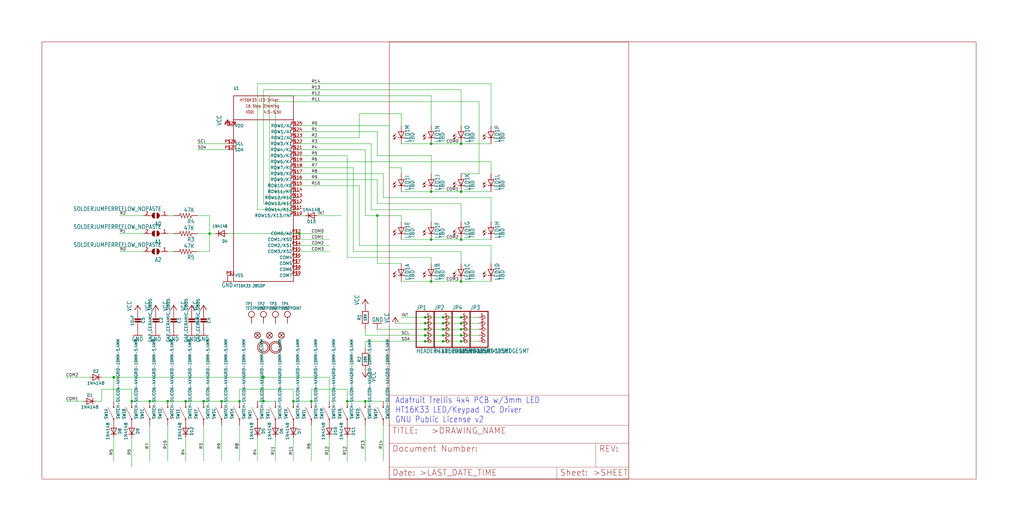
<source format=kicad_sch>
(kicad_sch (version 20211123) (generator eeschema)
  (paper "User" 434.34 223.571)
  (junction (at 195.58 81.28))
  (junction (at 63.5 170.18))
  (junction (at 195.58 139.7))
  (junction (at 182.88 60.96))
  (junction (at 195.58 144.78))
  (junction (at 127 99.06))
  (junction (at 71.12 170.18))
  (junction (at 88.9 99.06))
  (junction (at 132.08 170.18))
  (junction (at 180.34 142.24))
  (junction (at 160.02 91.44))
  (junction (at 180.34 134.62))
  (junction (at 187.96 137.16))
  (junction (at 147.32 170.18))
  (junction (at 180.34 139.7))
  (junction (at 180.34 144.78))
  (junction (at 195.58 101.6))
  (junction (at 78.74 170.18))
  (junction (at 187.96 139.7))
  (junction (at 48.26 160.02))
  (junction (at 182.88 81.28))
  (junction (at 101.6 170.18))
  (junction (at 195.58 119.38))
  (junction (at 195.58 137.16))
  (junction (at 180.34 137.16))
  (junction (at 195.58 142.24))
  (junction (at 86.36 170.18))
  (junction (at 187.96 142.24))
  (junction (at 154.94 170.18))
  (junction (at 182.88 119.38))
  (junction (at 182.88 101.6))
  (junction (at 187.96 134.62))
  (junction (at 195.58 134.62))
  (junction (at 187.96 144.78))
  (junction (at 111.76 160.02))
  (junction (at 55.88 170.18))
  (junction (at 195.58 60.96))
  (junction (at 124.46 170.18))
  (junction (at 111.76 170.18))
  (junction (at 93.98 170.18))
  (wire (pts (xy 88.9 99.06) (xy 91.44 99.06)))
  (wire (pts (xy 195.58 142.24) (xy 203.2 142.24)))
  (wire (pts (xy 195.58 101.6) (xy 208.28 101.6)))
  (wire (pts (xy 208.28 83.82) (xy 208.28 93.98)))
  (wire (pts (xy 160.02 55.88) (xy 160.02 66.04)))
  (wire (pts (xy 203.2 43.18) (xy 203.2 73.66)))
  (wire (pts (xy 182.88 109.22) (xy 182.88 111.76)))
  (wire (pts (xy 127 63.5) (xy 154.94 63.5)))
  (wire (pts (xy 170.18 71.12) (xy 165.1 71.12)))
  (wire (pts (xy 180.34 134.62) (xy 170.18 134.62)))
  (wire (pts (xy 154.94 180.34) (xy 154.94 195.58)))
  (wire (pts (xy 71.12 180.34) (xy 71.12 195.58)))
  (wire (pts (xy 180.34 139.7) (xy 187.96 139.7)))
  (wire (pts (xy 48.26 160.02) (xy 111.76 160.02)))
  (wire (pts (xy 195.58 119.38) (xy 208.28 119.38)))
  (wire (pts (xy 187.96 134.62) (xy 195.58 134.62)))
  (wire (pts (xy 124.46 185.42) (xy 124.46 195.58)))
  (wire (pts (xy 101.6 165.1) (xy 101.6 170.18)))
  (wire (pts (xy 180.34 142.24) (xy 154.94 142.24)))
  (wire (pts (xy 96.52 60.96) (xy 83.82 60.96)))
  (wire (pts (xy 154.94 142.24) (xy 154.94 139.7)))
  (wire (pts (xy 208.28 68.58) (xy 208.28 73.66)))
  (wire (pts (xy 195.58 106.68) (xy 195.58 111.76)))
  (wire (pts (xy 127 86.36) (xy 111.76 86.36)))
  (wire (pts (xy 132.08 195.58) (xy 132.08 180.34)))
  (wire (pts (xy 83.82 99.06) (xy 88.9 99.06)))
  (wire (pts (xy 111.76 170.18) (xy 111.76 160.02)))
  (wire (pts (xy 132.08 165.1) (xy 132.08 170.18)))
  (wire (pts (xy 182.88 93.98) (xy 182.88 88.9)))
  (wire (pts (xy 187.96 144.78) (xy 195.58 144.78)))
  (wire (pts (xy 149.86 71.12) (xy 127 71.12)))
  (wire (pts (xy 111.76 170.18) (xy 116.84 170.18)))
  (wire (pts (xy 187.96 137.16) (xy 195.58 137.16)))
  (wire (pts (xy 78.74 170.18) (xy 86.36 170.18)))
  (wire (pts (xy 170.18 119.38) (xy 182.88 119.38)))
  (wire (pts (xy 127 101.6) (xy 139.7 101.6)))
  (wire (pts (xy 152.4 58.42) (xy 152.4 48.26)))
  (wire (pts (xy 78.74 185.42) (xy 78.74 195.58)))
  (wire (pts (xy 180.34 144.78) (xy 187.96 144.78)))
  (wire (pts (xy 73.66 91.44) (xy 71.12 91.44)))
  (wire (pts (xy 43.18 170.18) (xy 43.18 165.1)))
  (wire (pts (xy 162.56 180.34) (xy 162.56 195.58)))
  (wire (pts (xy 182.88 88.9) (xy 157.48 88.9)))
  (wire (pts (xy 127 83.82) (xy 114.3 83.82)))
  (wire (pts (xy 208.28 35.56) (xy 208.28 53.34)))
  (wire (pts (xy 139.7 185.42) (xy 139.7 195.58)))
  (wire (pts (xy 160.02 66.04) (xy 182.88 66.04)))
  (wire (pts (xy 124.46 170.18) (xy 124.46 165.1)))
  (wire (pts (xy 147.32 165.1) (xy 132.08 165.1)))
  (wire (pts (xy 147.32 170.18) (xy 147.32 165.1)))
  (wire (pts (xy 147.32 185.42) (xy 147.32 195.58)))
  (wire (pts (xy 154.94 63.5) (xy 154.94 91.44)))
  (wire (pts (xy 35.56 170.18) (xy 27.94 170.18)))
  (wire (pts (xy 86.36 180.34) (xy 86.36 195.58)))
  (wire (pts (xy 182.88 81.28) (xy 195.58 81.28)))
  (wire (pts (xy 160.02 86.36) (xy 195.58 86.36)))
  (wire (pts (xy 60.96 106.68) (xy 50.8 106.68)))
  (wire (pts (xy 160.02 111.76) (xy 160.02 91.44)))
  (wire (pts (xy 152.4 104.14) (xy 208.28 104.14)))
  (wire (pts (xy 86.36 170.18) (xy 93.98 170.18)))
  (wire (pts (xy 73.66 99.06) (xy 71.12 99.06)))
  (wire (pts (xy 124.46 170.18) (xy 132.08 170.18)))
  (wire (pts (xy 182.88 119.38) (xy 195.58 119.38)))
  (wire (pts (xy 195.58 86.36) (xy 195.58 93.98)))
  (wire (pts (xy 165.1 71.12) (xy 165.1 53.34)))
  (wire (pts (xy 43.18 160.02) (xy 48.26 160.02)))
  (wire (pts (xy 55.88 185.42) (xy 55.88 198.12)))
  (wire (pts (xy 195.58 38.1) (xy 195.58 53.34)))
  (wire (pts (xy 154.94 91.44) (xy 160.02 91.44)))
  (wire (pts (xy 170.18 60.96) (xy 182.88 60.96)))
  (wire (pts (xy 71.12 170.18) (xy 78.74 170.18)))
  (wire (pts (xy 96.52 99.06) (xy 127 99.06)))
  (wire (pts (xy 147.32 109.22) (xy 147.32 66.04)))
  (wire (pts (xy 170.18 91.44) (xy 170.18 93.98)))
  (wire (pts (xy 165.1 53.34) (xy 127 53.34)))
  (wire (pts (xy 48.26 185.42) (xy 48.26 195.58)))
  (wire (pts (xy 127 76.2) (xy 160.02 76.2)))
  (wire (pts (xy 195.58 144.78) (xy 203.2 144.78)))
  (wire (pts (xy 160.02 76.2) (xy 160.02 86.36)))
  (wire (pts (xy 149.86 106.68) (xy 195.58 106.68)))
  (wire (pts (xy 157.48 88.9) (xy 157.48 60.96)))
  (wire (pts (xy 43.18 165.1) (xy 55.88 165.1)))
  (wire (pts (xy 134.62 91.44) (xy 144.78 91.44)))
  (wire (pts (xy 160.02 91.44) (xy 170.18 91.44)))
  (wire (pts (xy 170.18 81.28) (xy 182.88 81.28)))
  (wire (pts (xy 93.98 170.18) (xy 101.6 170.18)))
  (wire (pts (xy 38.1 160.02) (xy 27.94 160.02)))
  (wire (pts (xy 124.46 165.1) (xy 101.6 165.1)))
  (wire (pts (xy 180.34 142.24) (xy 187.96 142.24)))
  (wire (pts (xy 93.98 195.58) (xy 93.98 180.34)))
  (wire (pts (xy 50.8 99.06) (xy 60.96 99.06)))
  (wire (pts (xy 182.88 66.04) (xy 182.88 73.66)))
  (wire (pts (xy 109.22 170.18) (xy 111.76 170.18)))
  (wire (pts (xy 88.9 91.44) (xy 83.82 91.44)))
  (wire (pts (xy 170.18 73.66) (xy 170.18 71.12)))
  (wire (pts (xy 187.96 142.24) (xy 195.58 142.24)))
  (wire (pts (xy 139.7 160.02) (xy 139.7 170.18)))
  (wire (pts (xy 109.22 185.42) (xy 109.22 195.58)))
  (wire (pts (xy 170.18 111.76) (xy 160.02 111.76)))
  (wire (pts (xy 111.76 86.36) (xy 111.76 38.1)))
  (wire (pts (xy 127 55.88) (xy 160.02 55.88)))
  (wire (pts (xy 116.84 43.18) (xy 203.2 43.18)))
  (wire (pts (xy 63.5 170.18) (xy 71.12 170.18)))
  (wire (pts (xy 127 104.14) (xy 139.7 104.14)))
  (wire (pts (xy 157.48 60.96) (xy 127 60.96)))
  (wire (pts (xy 127 58.42) (xy 152.4 58.42)))
  (wire (pts (xy 111.76 160.02) (xy 139.7 160.02)))
  (wire (pts (xy 160.02 139.7) (xy 180.34 139.7)))
  (wire (pts (xy 170.18 101.6) (xy 182.88 101.6)))
  (wire (pts (xy 71.12 106.68) (xy 73.66 106.68)))
  (wire (pts (xy 182.88 101.6) (xy 195.58 101.6)))
  (wire (pts (xy 180.34 144.78) (xy 154.94 144.78)))
  (wire (pts (xy 88.9 106.68) (xy 88.9 99.06)))
  (wire (pts (xy 152.4 78.74) (xy 152.4 104.14)))
  (wire (pts (xy 180.34 137.16) (xy 187.96 137.16)))
  (wire (pts (xy 114.3 40.64) (xy 182.88 40.64)))
  (wire (pts (xy 96.52 63.5) (xy 83.82 63.5)))
  (wire (pts (xy 127 106.68) (xy 139.7 106.68)))
  (wire (pts (xy 83.82 106.68) (xy 88.9 106.68)))
  (wire (pts (xy 40.64 170.18) (xy 43.18 170.18)))
  (wire (pts (xy 195.58 81.28) (xy 208.28 81.28)))
  (wire (pts (xy 109.22 88.9) (xy 109.22 35.56)))
  (wire (pts (xy 147.32 170.18) (xy 154.94 170.18)))
  (wire (pts (xy 208.28 104.14) (xy 208.28 111.76)))
  (wire (pts (xy 154.94 170.18) (xy 162.56 170.18)))
  (wire (pts (xy 111.76 38.1) (xy 195.58 38.1)))
  (wire (pts (xy 170.18 48.26) (xy 170.18 53.34)))
  (wire (pts (xy 154.94 147.32) (xy 154.94 144.78)))
  (wire (pts (xy 88.9 99.06) (xy 88.9 91.44)))
  (wire (pts (xy 147.32 66.04) (xy 127 66.04)))
  (wire (pts (xy 203.2 73.66) (xy 195.58 73.66)))
  (wire (pts (xy 147.32 109.22) (xy 182.88 109.22)))
  (wire (pts (xy 127 78.74) (xy 152.4 78.74)))
  (wire (pts (xy 127 99.06) (xy 137.16 99.06)))
  (wire (pts (xy 127 88.9) (xy 109.22 88.9)))
  (wire (pts (xy 180.34 134.62) (xy 187.96 134.62)))
  (wire (pts (xy 101.6 180.34) (xy 101.6 195.58)))
  (wire (pts (xy 152.4 48.26) (xy 170.18 48.26)))
  (wire (pts (xy 149.86 71.12) (xy 149.86 106.68)))
  (wire (pts (xy 114.3 83.82) (xy 114.3 40.64)))
  (wire (pts (xy 127 73.66) (xy 162.56 73.66)))
  (wire (pts (xy 116.84 185.42) (xy 116.84 195.58)))
  (wire (pts (xy 116.84 81.28) (xy 116.84 43.18)))
  (wire (pts (xy 195.58 137.16) (xy 203.2 137.16)))
  (wire (pts (xy 195.58 139.7) (xy 203.2 139.7)))
  (wire (pts (xy 60.96 91.44) (xy 50.8 91.44)))
  (wire (pts (xy 55.88 170.18) (xy 63.5 170.18)))
  (wire (pts (xy 109.22 35.56) (xy 208.28 35.56)))
  (wire (pts (xy 195.58 60.96) (xy 208.28 60.96)))
  (wire (pts (xy 182.88 60.96) (xy 195.58 60.96)))
  (wire (pts (xy 127 68.58) (xy 208.28 68.58)))
  (wire (pts (xy 187.96 139.7) (xy 195.58 139.7)))
  (wire (pts (xy 129.54 91.44) (xy 127 91.44)))
  (wire (pts (xy 195.58 134.62) (xy 203.2 134.62)))
  (wire (pts (xy 55.88 165.1) (xy 55.88 170.18)))
  (wire (pts (xy 48.26 170.18) (xy 48.26 160.02)))
  (wire (pts (xy 182.88 40.64) (xy 182.88 53.34)))
  (wire (pts (xy 162.56 73.66) (xy 162.56 83.82)))
  (wire (pts (xy 167.64 137.16) (xy 180.34 137.16)))
  (wire (pts (xy 162.56 83.82) (xy 208.28 83.82)))
  (wire (pts (xy 127 81.28) (xy 116.84 81.28)))
  (wire (pts (xy 63.5 180.34) (xy 63.5 195.58)))
  (text "Adafruit Trellis 4x4 PCB w/3mm LED\nHT16K33 LED/Keypad I2C Driver\nGNU Public License v2" (at 167.64 173.99 0) (effects (font (size 2.54 2.159)) (justify left)))
  (label "R6" (at 132.08 190.5 90) (effects (font (size 1.2446 1.2446))))
  (label "R4" (at 132.08 63.5 0) (effects (font (size 1.2446 1.2446))))
  (label "R3" (at 132.08 60.96 0) (effects (font (size 1.2446 1.2446))))
  (label "R4" (at 109.22 193.04 90) (effects (font (size 1.2446 1.2446))))
  (label "R5" (at 132.08 66.04 0) (effects (font (size 1.2446 1.2446))))
  (label "COM2" (at 132.08 104.14 0) (effects (font (size 1.2446 1.2446))))
  (label "COM3" (at 189.23 119.38 0) (effects (font (size 1.2446 1.2446))))
  (label "R13" (at 132.08 38.1 0) (effects (font (size 1.2446 1.2446))))
  (label "R8" (at 101.6 190.5 90) (effects (font (size 1.2446 1.2446))))
  (label "R2" (at 132.08 58.42 0) (effects (font (size 1.2446 1.2446))))
  (label "SCL" (at 83.82 60.96 0) (effects (font (size 1.2446 1.2446))))
  (label "R12" (at 132.08 40.64 0) (effects (font (size 1.2446 1.2446))))
  (label "COM2" (at 27.94 160.02 0) (effects (font (size 1.2446 1.2446))))
  (label "COM1" (at 27.94 170.18 0) (effects (font (size 1.2446 1.2446))))
  (label "R12" (at 139.7 193.04 90) (effects (font (size 1.2446 1.2446))))
  (label "R2" (at 50.8 91.44 0) (effects (font (size 1.2446 1.2446))))
  (label "COM0" (at 189.23 60.96 0) (effects (font (size 1.2446 1.2446))))
  (label "COM1" (at 132.08 101.6 0) (effects (font (size 1.2446 1.2446))))
  (label "COM1" (at 189.23 81.28 0) (effects (font (size 1.2446 1.2446))))
  (label "COM2" (at 189.23 101.6 0) (effects (font (size 1.2446 1.2446))))
  (label "R0" (at 132.08 53.34 0) (effects (font (size 1.2446 1.2446))))
  (label "R5" (at 48.26 193.04 90) (effects (font (size 1.2446 1.2446))))
  (label "R4" (at 78.74 193.04 90) (effects (font (size 1.2446 1.2446))))
  (label "SDA" (at 170.18 144.78 0) (effects (font (size 1.2446 1.2446))))
  (label "R11" (at 132.08 43.18 0) (effects (font (size 1.2446 1.2446))))
  (label "R9" (at 132.08 76.2 0) (effects (font (size 1.2446 1.2446))))
  (label "R0" (at 50.8 106.68 0) (effects (font (size 1.2446 1.2446))))
  (label "COM3" (at 132.08 106.68 0) (effects (font (size 1.2446 1.2446))))
  (label "INT" (at 170.18 134.62 0) (effects (font (size 1.2446 1.2446))))
  (label "R7" (at 63.5 190.5 90) (effects (font (size 1.2446 1.2446))))
  (label "SCL" (at 170.18 142.24 0) (effects (font (size 1.2446 1.2446))))
  (label "R7" (at 132.08 71.12 0) (effects (font (size 1.2446 1.2446))))
  (label "SDA" (at 83.82 63.5 0) (effects (font (size 1.2446 1.2446))))
  (label "R11" (at 124.46 193.04 90) (effects (font (size 1.2446 1.2446))))
  (label "R5" (at 55.88 193.04 90) (effects (font (size 1.2446 1.2446))))
  (label "R8" (at 132.08 73.66 0) (effects (font (size 1.2446 1.2446))))
  (label "R3" (at 86.36 190.5 90) (effects (font (size 1.2446 1.2446))))
  (label "R11" (at 116.84 193.04 90) (effects (font (size 1.2446 1.2446))))
  (label "R10" (at 132.08 78.74 0) (effects (font (size 1.2446 1.2446))))
  (label "R14" (at 162.56 190.5 90) (effects (font (size 1.2446 1.2446))))
  (label "R13" (at 154.94 190.5 90) (effects (font (size 1.2446 1.2446))))
  (label "COM0" (at 132.08 99.06 0) (effects (font (size 1.2446 1.2446))))
  (label "R1" (at 50.8 99.06 0) (effects (font (size 1.2446 1.2446))))
  (label "R9" (at 93.98 190.5 90) (effects (font (size 1.2446 1.2446))))
  (label "R12" (at 147.32 193.04 90) (effects (font (size 1.2446 1.2446))))
  (label "R14" (at 132.08 35.56 0) (effects (font (size 1.2446 1.2446))))
  (label "R1" (at 132.08 55.88 0) (effects (font (size 1.2446 1.2446))))
  (label "R6" (at 132.08 68.58 0) (effects (font (size 1.2446 1.2446))))
  (label "INT" (at 134.62 91.44 0) (effects (font (size 1.2446 1.2446))))
  (label "R10" (at 71.12 190.5 90) (effects (font (size 1.2446 1.2446))))
  (symbol (lib_id "schematicEagle-eagle-import:LED-3MM-4X4GRID-3MM") (at 208.28 76.2 0) (unit 12)
    (property "Reference" "LED1" (at 211.836 80.772 90) (effects (font (size 1.778 1.5113)) (justify left bottom)))
    (property "Value" "TBD" (at 213.995 80.772 90) (effects (font (size 1.778 1.5113)) (justify left bottom)))
    (property "Footprint" "schematicEagle:LED3MM-4X4GRID" (effects hide))
  )
  (symbol (lib_id "schematicEagle-eagle-import:MOUNTINGHOLE2.5") (at 116.84 147.32 0) (unit 1)
    (property "Reference" "U$2" (effects hide))
    (property "Value" "MOUNTINGHOLE2.5" (effects hide))
    (property "Footprint" "schematicEagle:MOUNTINGHOLE_2.5_PLATED" (effects hide))
  )
  (symbol (lib_id "schematicEagle-eagle-import:GND") (at 66.04 142.24 0) (unit 1)
    (property "Reference" "#GND4" (effects hide))
    (property "Value" "GND" (at 63.5 144.78 0) (effects (font (size 1.778 1.5113)) (justify left bottom)))
    (property "Footprint" "schematicEagle:" (effects hide))
  )
  (symbol (lib_id "schematicEagle-eagle-import:VCC") (at 86.36 129.54 0) (unit 1)
    (property "Reference" "#P+8" (effects hide))
    (property "Value" "VCC" (at 83.82 132.08 90) (effects (font (size 1.778 1.5113)) (justify left bottom)))
    (property "Footprint" "schematicEagle:" (effects hide))
  )
  (symbol (lib_id "schematicEagle-eagle-import:LETTER_L") (at 17.78 203.2 0) (unit 1)
    (property "Reference" "#FRAME1" (effects hide))
    (property "Value" "LETTER_L" (effects hide))
    (property "Footprint" "schematicEagle:" (effects hide))
  )
  (symbol (lib_id "schematicEagle-eagle-import:SWITCH-SILICON-4X4GRID-10MM-5.4MM") (at 162.56 175.26 90) (unit 16)
    (property "Reference" "SW1" (at 160.02 177.8 0) (effects (font (size 1.27 1.0795)) (justify left bottom)))
    (property "Value" "SWITCH-SILICON-4X4GRID-10MM-5.4MM" (at 165.1 177.8 0) (effects (font (size 1.27 1.0795)) (justify left bottom)))
    (property "Footprint" "schematicEagle:ELAST_PAD_SQUARE_10MM_5.4MM_4X4GRID" (effects hide))
  )
  (symbol (lib_id "schematicEagle-eagle-import:VCC") (at 167.64 134.62 0) (unit 1)
    (property "Reference" "#P+2" (effects hide))
    (property "Value" "VCC" (at 165.1 137.16 90) (effects (font (size 1.778 1.5113)) (justify left bottom)))
    (property "Footprint" "schematicEagle:" (effects hide))
  )
  (symbol (lib_id "schematicEagle-eagle-import:CAP_CERAMIC_0805") (at 66.04 134.62 180) (unit 1)
    (property "Reference" "C2" (at 68.33 135.87 90))
    (property "Value" "CAP_CERAMIC_0805" (at 63.74 135.87 90))
    (property "Footprint" "schematicEagle:_0805" (effects hide))
  )
  (symbol (lib_id "schematicEagle-eagle-import:SWITCH-SILICON-4X4GRID-10MM-5.4MM") (at 139.7 175.26 90) (unit 13)
    (property "Reference" "SW1" (at 137.16 177.8 0) (effects (font (size 1.27 1.0795)) (justify left bottom)))
    (property "Value" "SWITCH-SILICON-4X4GRID-10MM-5.4MM" (at 142.24 177.8 0) (effects (font (size 1.27 1.0795)) (justify left bottom)))
    (property "Footprint" "schematicEagle:ELAST_PAD_SQUARE_10MM_5.4MM_4X4GRID" (effects hide))
  )
  (symbol (lib_id "schematicEagle-eagle-import:VCC") (at 58.42 129.54 0) (unit 1)
    (property "Reference" "#P+9" (effects hide))
    (property "Value" "VCC" (at 55.88 132.08 90) (effects (font (size 1.778 1.5113)) (justify left bottom)))
    (property "Footprint" "schematicEagle:" (effects hide))
  )
  (symbol (lib_id "schematicEagle-eagle-import:LED-3MM-4X4GRID-3MM") (at 182.88 76.2 0) (unit 10)
    (property "Reference" "LED1" (at 186.436 80.772 90) (effects (font (size 1.778 1.5113)) (justify left bottom)))
    (property "Value" "TBD" (at 188.595 80.772 90) (effects (font (size 1.778 1.5113)) (justify left bottom)))
    (property "Footprint" "schematicEagle:LED3MM-4X4GRID" (effects hide))
  )
  (symbol (lib_id "schematicEagle-eagle-import:HT16K33_SOP28") (at 111.76 78.74 0) (unit 1)
    (property "Reference" "U1" (at 99.06 38.1 0) (effects (font (size 1.27 1.0795)) (justify left bottom)))
    (property "Value" "HT16K33 28SOP" (at 99.06 121.92 0) (effects (font (size 1.27 1.0795)) (justify left bottom)))
    (property "Footprint" "schematicEagle:SOP28_300MIL" (effects hide))
  )
  (symbol (lib_id "schematicEagle-eagle-import:SWITCH-SILICON-4X4GRID-10MM-5.4MM") (at 78.74 175.26 90) (unit 5)
    (property "Reference" "SW1" (at 76.2 177.8 0) (effects (font (size 1.27 1.0795)) (justify left bottom)))
    (property "Value" "SWITCH-SILICON-4X4GRID-10MM-5.4MM" (at 81.28 177.8 0) (effects (font (size 1.27 1.0795)) (justify left bottom)))
    (property "Footprint" "schematicEagle:ELAST_PAD_SQUARE_10MM_5.4MM_4X4GRID" (effects hide))
  )
  (symbol (lib_id "schematicEagle-eagle-import:DIODESOD-323") (at 147.32 182.88 270) (unit 1)
    (property "Reference" "D11" (at 149.86 182.88 0))
    (property "Value" "1N4148" (at 144.82 182.88 0))
    (property "Footprint" "schematicEagle:SOD-323" (effects hide))
  )
  (symbol (lib_id "schematicEagle-eagle-import:LED-3MM-4X4GRID-3MM") (at 208.28 114.3 0) (unit 4)
    (property "Reference" "LED1" (at 211.836 118.872 90) (effects (font (size 1.778 1.5113)) (justify left bottom)))
    (property "Value" "TBD" (at 213.995 118.872 90) (effects (font (size 1.778 1.5113)) (justify left bottom)))
    (property "Footprint" "schematicEagle:LED3MM-4X4GRID" (effects hide))
  )
  (symbol (lib_id "schematicEagle-eagle-import:SWITCH-SILICON-4X4GRID-10MM-5.4MM") (at 147.32 175.26 90) (unit 14)
    (property "Reference" "SW1" (at 144.78 177.8 0) (effects (font (size 1.27 1.0795)) (justify left bottom)))
    (property "Value" "SWITCH-SILICON-4X4GRID-10MM-5.4MM" (at 149.86 177.8 0) (effects (font (size 1.27 1.0795)) (justify left bottom)))
    (property "Footprint" "schematicEagle:ELAST_PAD_SQUARE_10MM_5.4MM_4X4GRID" (effects hide))
  )
  (symbol (lib_id "schematicEagle-eagle-import:TESTPOINT") (at 111.76 137.16 0) (unit 1)
    (property "Reference" "TP2" (at 109.22 129.54 0) (effects (font (size 1.27 1.0795)) (justify left bottom)))
    (property "Value" "TESTPOINT" (at 109.22 131.445 0) (effects (font (size 1.27 1.0795)) (justify left bottom)))
    (property "Footprint" "schematicEagle:TESTPOINT_SMT" (effects hide))
  )
  (symbol (lib_id "schematicEagle-eagle-import:GND") (at 58.42 142.24 0) (unit 1)
    (property "Reference" "#GND7" (effects hide))
    (property "Value" "GND" (at 55.88 144.78 0) (effects (font (size 1.778 1.5113)) (justify left bottom)))
    (property "Footprint" "schematicEagle:" (effects hide))
  )
  (symbol (lib_id "schematicEagle-eagle-import:R-US_R0805") (at 78.74 106.68 180) (unit 1)
    (property "Reference" "R5" (at 82.55 108.1786 0) (effects (font (size 1.778 1.5113)) (justify left bottom)))
    (property "Value" "47K" (at 82.55 103.378 0) (effects (font (size 1.778 1.5113)) (justify left bottom)))
    (property "Footprint" "schematicEagle:R0805" (effects hide))
  )
  (symbol (lib_id "schematicEagle-eagle-import:SWITCH-SILICON-4X4GRID-10MM-5.4MM") (at 109.22 175.26 90) (unit 9)
    (property "Reference" "SW1" (at 106.68 177.8 0) (effects (font (size 1.27 1.0795)) (justify left bottom)))
    (property "Value" "SWITCH-SILICON-4X4GRID-10MM-5.4MM" (at 111.76 177.8 0) (effects (font (size 1.27 1.0795)) (justify left bottom)))
    (property "Footprint" "schematicEagle:ELAST_PAD_SQUARE_10MM_5.4MM_4X4GRID" (effects hide))
  )
  (symbol (lib_id "schematicEagle-eagle-import:SWITCH-SILICON-4X4GRID-10MM-5.4MM") (at 116.84 175.26 90) (unit 10)
    (property "Reference" "SW1" (at 114.3 177.8 0) (effects (font (size 1.27 1.0795)) (justify left bottom)))
    (property "Value" "SWITCH-SILICON-4X4GRID-10MM-5.4MM" (at 119.38 177.8 0) (effects (font (size 1.27 1.0795)) (justify left bottom)))
    (property "Footprint" "schematicEagle:ELAST_PAD_SQUARE_10MM_5.4MM_4X4GRID" (effects hide))
  )
  (symbol (lib_id "schematicEagle-eagle-import:LED-3MM-4X4GRID-3MM") (at 170.18 76.2 0) (unit 9)
    (property "Reference" "LED1" (at 173.736 80.772 90) (effects (font (size 1.778 1.5113)) (justify left bottom)))
    (property "Value" "TBD" (at 175.895 80.772 90) (effects (font (size 1.778 1.5113)) (justify left bottom)))
    (property "Footprint" "schematicEagle:LED3MM-4X4GRID" (effects hide))
  )
  (symbol (lib_id "schematicEagle-eagle-import:LED-3MM-4X4GRID-3MM") (at 195.58 114.3 0) (unit 3)
    (property "Reference" "LED1" (at 199.136 118.872 90) (effects (font (size 1.778 1.5113)) (justify left bottom)))
    (property "Value" "TBD" (at 201.295 118.872 90) (effects (font (size 1.778 1.5113)) (justify left bottom)))
    (property "Footprint" "schematicEagle:LED3MM-4X4GRID" (effects hide))
  )
  (symbol (lib_id "schematicEagle-eagle-import:GND") (at 73.66 142.24 0) (unit 1)
    (property "Reference" "#GND3" (effects hide))
    (property "Value" "GND" (at 71.12 144.78 0) (effects (font (size 1.778 1.5113)) (justify left bottom)))
    (property "Footprint" "schematicEagle:" (effects hide))
  )
  (symbol (lib_id "schematicEagle-eagle-import:LED-3MM-4X4GRID-3MM") (at 182.88 114.3 0) (unit 2)
    (property "Reference" "LED1" (at 186.436 118.872 90) (effects (font (size 1.778 1.5113)) (justify left bottom)))
    (property "Value" "TBD" (at 188.595 118.872 90) (effects (font (size 1.778 1.5113)) (justify left bottom)))
    (property "Footprint" "schematicEagle:LED3MM-4X4GRID" (effects hide))
  )
  (symbol (lib_id "schematicEagle-eagle-import:DIODESOD-323") (at 48.26 182.88 270) (unit 1)
    (property "Reference" "D8" (at 50.8 182.88 0))
    (property "Value" "1N4148" (at 45.76 182.88 0))
    (property "Footprint" "schematicEagle:SOD-323" (effects hide))
  )
  (symbol (lib_id "schematicEagle-eagle-import:DIODESOD-323") (at 40.64 160.02 0) (unit 1)
    (property "Reference" "D2" (at 40.64 157.48 0))
    (property "Value" "1N4148" (at 40.64 162.52 0))
    (property "Footprint" "schematicEagle:SOD-323" (effects hide))
  )
  (symbol (lib_id "schematicEagle-eagle-import:TESTPOINT") (at 116.84 137.16 0) (unit 1)
    (property "Reference" "TP3" (at 114.3 129.54 0) (effects (font (size 1.27 1.0795)) (justify left bottom)))
    (property "Value" "TESTPOINT" (at 114.3 131.445 0) (effects (font (size 1.27 1.0795)) (justify left bottom)))
    (property "Footprint" "schematicEagle:TESTPOINT_SMT" (effects hide))
  )
  (symbol (lib_id "schematicEagle-eagle-import:SWITCH-SILICON-4X4GRID-10MM-5.4MM") (at 63.5 175.26 90) (unit 3)
    (property "Reference" "SW1" (at 60.96 177.8 0) (effects (font (size 1.27 1.0795)) (justify left bottom)))
    (property "Value" "SWITCH-SILICON-4X4GRID-10MM-5.4MM" (at 66.04 177.8 0) (effects (font (size 1.27 1.0795)) (justify left bottom)))
    (property "Footprint" "schematicEagle:ELAST_PAD_SQUARE_10MM_5.4MM_4X4GRID" (effects hide))
  )
  (symbol (lib_id "schematicEagle-eagle-import:FIDUCIAL{dblquote}{dblquote}") (at 109.22 142.24 0) (unit 1)
    (property "Reference" "FID2" (effects hide))
    (property "Value" "FIDUCIAL{dblquote}{dblquote}" (effects hide))
    (property "Footprint" "schematicEagle:FIDUCIAL_1MM" (effects hide))
  )
  (symbol (lib_id "schematicEagle-eagle-import:HEADER-1X5EDGESMT") (at 198.12 139.7 0) (unit 1)
    (property "Reference" "JP4" (at 191.77 131.445 0) (effects (font (size 1.778 1.5113)) (justify left bottom)))
    (property "Value" "HEADER-1X5EDGESMT" (at 191.77 149.86 0) (effects (font (size 1.778 1.5113)) (justify left bottom)))
    (property "Footprint" "schematicEagle:1X5_SMT" (effects hide))
  )
  (symbol (lib_id "schematicEagle-eagle-import:GND") (at 86.36 142.24 0) (unit 1)
    (property "Reference" "#GND6" (effects hide))
    (property "Value" "GND" (at 83.82 144.78 0) (effects (font (size 1.778 1.5113)) (justify left bottom)))
    (property "Footprint" "schematicEagle:" (effects hide))
  )
  (symbol (lib_id "schematicEagle-eagle-import:SOLDERJUMPERREFLOW_NOPASTE") (at 66.04 91.44 180) (unit 1)
    (property "Reference" "A0" (at 68.58 93.98 0) (effects (font (size 1.778 1.5113)) (justify left bottom)))
    (property "Value" "SOLDERJUMPERREFLOW_NOPASTE" (at 68.58 87.63 0) (effects (font (size 1.778 1.5113)) (justify left bottom)))
    (property "Footprint" "schematicEagle:SOLDERJUMPER_REFLOW_NOPASTE" (effects hide))
  )
  (symbol (lib_id "schematicEagle-eagle-import:CAP_CERAMIC_0805") (at 58.42 134.62 180) (unit 1)
    (property "Reference" "C5" (at 60.71 135.87 90))
    (property "Value" "10uF" (at 56.12 135.87 90))
    (property "Footprint" "schematicEagle:_0805" (effects hide))
  )
  (symbol (lib_id "schematicEagle-eagle-import:TESTPOINT") (at 106.68 137.16 0) (unit 1)
    (property "Reference" "TP1" (at 104.14 129.54 0) (effects (font (size 1.27 1.0795)) (justify left bottom)))
    (property "Value" "TESTPOINT" (at 104.14 131.445 0) (effects (font (size 1.27 1.0795)) (justify left bottom)))
    (property "Footprint" "schematicEagle:TESTPOINT_SMT" (effects hide))
  )
  (symbol (lib_id "schematicEagle-eagle-import:LED-3MM-4X4GRID-3MM") (at 182.88 55.88 0) (unit 14)
    (property "Reference" "LED1" (at 186.436 60.452 90) (effects (font (size 1.778 1.5113)) (justify left bottom)))
    (property "Value" "TBD" (at 188.595 60.452 90) (effects (font (size 1.778 1.5113)) (justify left bottom)))
    (property "Footprint" "schematicEagle:LED3MM-4X4GRID" (effects hide))
  )
  (symbol (lib_id "schematicEagle-eagle-import:DIODESOD-323F") (at 93.98 99.06 180) (unit 1)
    (property "Reference" "D4" (at 96.52 101.6 0) (effects (font (size 1.27 1.0795)) (justify left bottom)))
    (property "Value" "1N4148" (at 96.52 95.25 0) (effects (font (size 1.27 1.0795)) (justify left bottom)))
    (property "Footprint" "schematicEagle:SOD-323F" (effects hide))
  )
  (symbol (lib_id "schematicEagle-eagle-import:VCC") (at 96.52 50.8 0) (unit 1)
    (property "Reference" "#P+1" (effects hide))
    (property "Value" "VCC" (at 93.98 53.34 90) (effects (font (size 1.778 1.5113)) (justify left bottom)))
    (property "Footprint" "schematicEagle:" (effects hide))
  )
  (symbol (lib_id "schematicEagle-eagle-import:LED-3MM-4X4GRID-3MM") (at 170.18 96.52 0) (unit 5)
    (property "Reference" "LED1" (at 173.736 101.092 90) (effects (font (size 1.778 1.5113)) (justify left bottom)))
    (property "Value" "TBD" (at 175.895 101.092 90) (effects (font (size 1.778 1.5113)) (justify left bottom)))
    (property "Footprint" "schematicEagle:LED3MM-4X4GRID" (effects hide))
  )
  (symbol (lib_id "schematicEagle-eagle-import:SOLDERJUMPERREFLOW_NOPASTE") (at 66.04 106.68 180) (unit 1)
    (property "Reference" "A2" (at 68.58 109.22 0) (effects (font (size 1.778 1.5113)) (justify left bottom)))
    (property "Value" "SOLDERJUMPERREFLOW_NOPASTE" (at 68.58 102.87 0) (effects (font (size 1.778 1.5113)) (justify left bottom)))
    (property "Footprint" "schematicEagle:SOLDERJUMPER_REFLOW_NOPASTE" (effects hide))
  )
  (symbol (lib_id "schematicEagle-eagle-import:GND") (at 160.02 137.16 180) (unit 1)
    (property "Reference" "#GND2" (effects hide))
    (property "Value" "GND" (at 162.56 134.62 0) (effects (font (size 1.778 1.5113)) (justify left bottom)))
    (property "Footprint" "schematicEagle:" (effects hide))
  )
  (symbol (lib_id "schematicEagle-eagle-import:TESTPOINT") (at 121.92 137.16 0) (unit 1)
    (property "Reference" "TP4" (at 119.38 129.54 0) (effects (font (size 1.27 1.0795)) (justify left bottom)))
    (property "Value" "TESTPOINT" (at 119.38 131.445 0) (effects (font (size 1.27 1.0795)) (justify left bottom)))
    (property "Footprint" "schematicEagle:TESTPOINT_SMT" (effects hide))
  )
  (symbol (lib_id "schematicEagle-eagle-import:VCC") (at 154.94 127 0) (unit 1)
    (property "Reference" "#P+3" (effects hide))
    (property "Value" "VCC" (at 152.4 129.54 90) (effects (font (size 1.778 1.5113)) (justify left bottom)))
    (property "Footprint" "schematicEagle:" (effects hide))
  )
  (symbol (lib_id "schematicEagle-eagle-import:RESISTOR_0805") (at 154.94 134.62 90) (unit 1)
    (property "Reference" "R1" (at 152.4 134.62 0))
    (property "Value" "10K" (at 154.94 134.62 0) (effects (font (size 1.016 1.016) bold)))
    (property "Footprint" "schematicEagle:_0805" (effects hide))
  )
  (symbol (lib_id "schematicEagle-eagle-import:SOLDERJUMPERREFLOW_NOPASTE") (at 66.04 99.06 180) (unit 1)
    (property "Reference" "A1" (at 68.58 101.6 0) (effects (font (size 1.778 1.5113)) (justify left bottom)))
    (property "Value" "SOLDERJUMPERREFLOW_NOPASTE" (at 68.58 95.25 0) (effects (font (size 1.778 1.5113)) (justify left bottom)))
    (property "Footprint" "schematicEagle:SOLDERJUMPER_REFLOW_NOPASTE" (effects hide))
  )
  (symbol (lib_id "schematicEagle-eagle-import:DIODESOD-323") (at 132.08 91.44 180) (unit 1)
    (property "Reference" "D13" (at 132.08 93.98 0))
    (property "Value" "1N4148" (at 132.08 88.94 0))
    (property "Footprint" "schematicEagle:SOD-323" (effects hide))
  )
  (symbol (lib_id "schematicEagle-eagle-import:SWITCH-SILICON-4X4GRID-10MM-5.4MM") (at 86.36 175.26 90) (unit 6)
    (property "Reference" "SW1" (at 83.82 177.8 0) (effects (font (size 1.27 1.0795)) (justify left bottom)))
    (property "Value" "SWITCH-SILICON-4X4GRID-10MM-5.4MM" (at 88.9 177.8 0) (effects (font (size 1.27 1.0795)) (justify left bottom)))
    (property "Footprint" "schematicEagle:ELAST_PAD_SQUARE_10MM_5.4MM_4X4GRID" (effects hide))
  )
  (symbol (lib_id "schematicEagle-eagle-import:LED-3MM-4X4GRID-3MM") (at 170.18 114.3 0) (unit 1)
    (property "Reference" "LED1" (at 173.736 118.872 90) (effects (font (size 1.778 1.5113)) (justify left bottom)))
    (property "Value" "TBD" (at 175.895 118.872 90) (effects (font (size 1.778 1.5113)) (justify left bottom)))
    (property "Footprint" "schematicEagle:LED3MM-4X4GRID" (effects hide))
  )
  (symbol (lib_id "schematicEagle-eagle-import:FIDUCIAL{dblquote}{dblquote}") (at 119.38 142.24 0) (unit 1)
    (property "Reference" "FID1" (effects hide))
    (property "Value" "FIDUCIAL{dblquote}{dblquote}" (effects hide))
    (property "Footprint" "schematicEagle:FIDUCIAL_1MM" (effects hide))
  )
  (symbol (lib_id "schematicEagle-eagle-import:DIODESOD-323") (at 55.88 182.88 270) (unit 1)
    (property "Reference" "D9" (at 58.42 182.88 0))
    (property "Value" "1N4148" (at 53.38 182.88 0))
    (property "Footprint" "schematicEagle:SOD-323" (effects hide))
  )
  (symbol (lib_id "schematicEagle-eagle-import:DIODESOD-323") (at 38.1 170.18 0) (unit 1)
    (property "Reference" "D1" (at 38.1 167.64 0))
    (property "Value" "1N4148" (at 38.1 172.68 0))
    (property "Footprint" "schematicEagle:SOD-323" (effects hide))
  )
  (symbol (lib_id "schematicEagle-eagle-import:LED-3MM-4X4GRID-3MM") (at 182.88 96.52 0) (unit 6)
    (property "Reference" "LED1" (at 186.436 101.092 90) (effects (font (size 1.778 1.5113)) (justify left bottom)))
    (property "Value" "TBD" (at 188.595 101.092 90) (effects (font (size 1.778 1.5113)) (justify left bottom)))
    (property "Footprint" "schematicEagle:LED3MM-4X4GRID" (effects hide))
  )
  (symbol (lib_id "schematicEagle-eagle-import:FIDUCIAL{dblquote}{dblquote}") (at 114.3 142.24 0) (unit 1)
    (property "Reference" "FID3" (effects hide))
    (property "Value" "FIDUCIAL{dblquote}{dblquote}" (effects hide))
    (property "Footprint" "schematicEagle:FIDUCIAL_1MM" (effects hide))
  )
  (symbol (lib_id "schematicEagle-eagle-import:LED-3MM-4X4GRID-3MM") (at 170.18 55.88 0) (unit 13)
    (property "Reference" "LED1" (at 173.736 60.452 90) (effects (font (size 1.778 1.5113)) (justify left bottom)))
    (property "Value" "TBD" (at 175.895 60.452 90) (effects (font (size 1.778 1.5113)) (justify left bottom)))
    (property "Footprint" "schematicEagle:LED3MM-4X4GRID" (effects hide))
  )
  (symbol (lib_id "schematicEagle-eagle-import:SWITCH-SILICON-4X4GRID-10MM-5.4MM") (at 154.94 175.26 90) (unit 15)
    (property "Reference" "SW1" (at 152.4 177.8 0) (effects (font (size 1.27 1.0795)) (justify left bottom)))
    (property "Value" "SWITCH-SILICON-4X4GRID-10MM-5.4MM" (at 157.48 177.8 0) (effects (font (size 1.27 1.0795)) (justify left bottom)))
    (property "Footprint" "schematicEagle:ELAST_PAD_SQUARE_10MM_5.4MM_4X4GRID" (effects hide))
  )
  (symbol (lib_id "schematicEagle-eagle-import:R-US_R0805") (at 78.74 99.06 180) (unit 1)
    (property "Reference" "R3" (at 82.55 100.5586 0) (effects (font (size 1.778 1.5113)) (justify left bottom)))
    (property "Value" "47K" (at 82.55 95.758 0) (effects (font (size 1.778 1.5113)) (justify left bottom)))
    (property "Footprint" "schematicEagle:R0805" (effects hide))
  )
  (symbol (lib_id "schematicEagle-eagle-import:R-US_R0805") (at 78.74 91.44 180) (unit 1)
    (property "Reference" "R4" (at 82.55 92.9386 0) (effects (font (size 1.778 1.5113)) (justify left bottom)))
    (property "Value" "47K" (at 82.55 88.138 0) (effects (font (size 1.778 1.5113)) (justify left bottom)))
    (property "Footprint" "schematicEagle:R0805" (effects hide))
  )
  (symbol (lib_id "schematicEagle-eagle-import:VCC") (at 154.94 160.02 180) (unit 1)
    (property "Reference" "#P+4" (effects hide))
    (property "Value" "VCC" (at 157.48 157.48 90) (effects (font (size 1.778 1.5113)) (justify left bottom)))
    (property "Footprint" "schematicEagle:" (effects hide))
  )
  (symbol (lib_id "schematicEagle-eagle-import:RESISTOR_0805") (at 154.94 152.4 90) (unit 1)
    (property "Reference" "R2" (at 152.4 152.4 0))
    (property "Value" "10K" (at 154.94 152.4 0) (effects (font (size 1.016 1.016) bold)))
    (property "Footprint" "schematicEagle:_0805" (effects hide))
  )
  (symbol (lib_id "schematicEagle-eagle-import:SWITCH-SILICON-4X4GRID-10MM-5.4MM") (at 93.98 175.26 90) (unit 7)
    (property "Reference" "SW1" (at 91.44 177.8 0) (effects (font (size 1.27 1.0795)) (justify left bottom)))
    (property "Value" "SWITCH-SILICON-4X4GRID-10MM-5.4MM" (at 96.52 177.8 0) (effects (font (size 1.27 1.0795)) (justify left bottom)))
    (property "Footprint" "schematicEagle:ELAST_PAD_SQUARE_10MM_5.4MM_4X4GRID" (effects hide))
  )
  (symbol (lib_id "schematicEagle-eagle-import:CAP_CERAMIC_0805") (at 73.66 134.62 180) (unit 1)
    (property "Reference" "C1" (at 75.95 135.87 90))
    (property "Value" "CAP_CERAMIC_0805" (at 71.36 135.87 90))
    (property "Footprint" "schematicEagle:_0805" (effects hide))
  )
  (symbol (lib_id "schematicEagle-eagle-import:MOUNTINGHOLE2.5") (at 111.76 147.32 0) (unit 1)
    (property "Reference" "U$1" (effects hide))
    (property "Value" "MOUNTINGHOLE2.5" (effects hide))
    (property "Footprint" "schematicEagle:MOUNTINGHOLE_2.5_PLATED" (effects hide))
  )
  (symbol (lib_id "schematicEagle-eagle-import:GND") (at 96.52 119.38 0) (unit 1)
    (property "Reference" "#GND1" (effects hide))
    (property "Value" "GND" (at 93.98 121.92 0) (effects (font (size 1.778 1.5113)) (justify left bottom)))
    (property "Footprint" "schematicEagle:" (effects hide))
  )
  (symbol (lib_id "schematicEagle-eagle-import:DIODESOD-323") (at 124.46 182.88 270) (unit 1)
    (property "Reference" "D7" (at 127 182.88 0))
    (property "Value" "1N4148" (at 121.96 182.88 0))
    (property "Footprint" "schematicEagle:SOD-323" (effects hide))
  )
  (symbol (lib_id "schematicEagle-eagle-import:SWITCH-SILICON-4X4GRID-10MM-5.4MM") (at 71.12 175.26 90) (unit 4)
    (property "Reference" "SW1" (at 68.58 177.8 0) (effects (font (size 1.27 1.0795)) (justify left bottom)))
    (property "Value" "SWITCH-SILICON-4X4GRID-10MM-5.4MM" (at 73.66 177.8 0) (effects (font (size 1.27 1.0795)) (justify left bottom)))
    (property "Footprint" "schematicEagle:ELAST_PAD_SQUARE_10MM_5.4MM_4X4GRID" (effects hide))
  )
  (symbol (lib_id "schematicEagle-eagle-import:HEADER-1X5EDGESMT") (at 205.74 139.7 0) (unit 1)
    (property "Reference" "JP3" (at 199.39 131.445 0) (effects (font (size 1.778 1.5113)) (justify left bottom)))
    (property "Value" "HEADER-1X5EDGESMT" (at 199.39 149.86 0) (effects (font (size 1.778 1.5113)) (justify left bottom)))
    (property "Footprint" "schematicEagle:1X5_SMT" (effects hide))
  )
  (symbol (lib_id "schematicEagle-eagle-import:CAP_CERAMIC_0805") (at 86.36 134.62 180) (unit 1)
    (property "Reference" "C4" (at 88.65 135.87 90))
    (property "Value" "CAP_CERAMIC_0805" (at 84.06 135.87 90))
    (property "Footprint" "schematicEagle:_0805" (effects hide))
  )
  (symbol (lib_id "schematicEagle-eagle-import:DIODESOD-323") (at 78.74 182.88 270) (unit 1)
    (property "Reference" "D12" (at 81.28 182.88 0))
    (property "Value" "1N4148" (at 76.24 182.88 0))
    (property "Footprint" "schematicEagle:SOD-323" (effects hide))
  )
  (symbol (lib_id "schematicEagle-eagle-import:LED-3MM-4X4GRID-3MM") (at 208.28 96.52 0) (unit 8)
    (property "Reference" "LED1" (at 211.836 101.092 90) (effects (font (size 1.778 1.5113)) (justify left bottom)))
    (property "Value" "TBD" (at 213.995 101.092 90) (effects (font (size 1.778 1.5113)) (justify left bottom)))
    (property "Footprint" "schematicEagle:LED3MM-4X4GRID" (effects hide))
  )
  (symbol (lib_id "schematicEagle-eagle-import:DIODESOD-323") (at 109.22 182.88 270) (unit 1)
    (property "Reference" "D5" (at 111.76 182.88 0))
    (property "Value" "1N4148" (at 106.72 182.88 0))
    (property "Footprint" "schematicEagle:SOD-323" (effects hide))
  )
  (symbol (lib_id "schematicEagle-eagle-import:SWITCH-SILICON-4X4GRID-10MM-5.4MM") (at 132.08 175.26 90) (unit 12)
    (property "Reference" "SW1" (at 129.54 177.8 0) (effects (font (size 1.27 1.0795)) (justify left bottom)))
    (property "Value" "SWITCH-SILICON-4X4GRID-10MM-5.4MM" (at 134.62 177.8 0) (effects (font (size 1.27 1.0795)) (justify left bottom)))
    (property "Footprint" "schematicEagle:ELAST_PAD_SQUARE_10MM_5.4MM_4X4GRID" (effects hide))
  )
  (symbol (lib_id "schematicEagle-eagle-import:VCC") (at 66.04 129.54 0) (unit 1)
    (property "Reference" "#P+5" (effects hide))
    (property "Value" "VCC" (at 63.5 132.08 90) (effects (font (size 1.778 1.5113)) (justify left bottom)))
    (property "Footprint" "schematicEagle:" (effects hide))
  )
  (symbol (lib_id "schematicEagle-eagle-import:DIODESOD-323") (at 139.7 182.88 270) (unit 1)
    (property "Reference" "D10" (at 142.24 182.88 0))
    (property "Value" "1N4148" (at 137.2 182.88 0))
    (property "Footprint" "schematicEagle:SOD-323" (effects hide))
  )
  (symbol (lib_id "schematicEagle-eagle-import:DIODESOD-323") (at 116.84 182.88 270) (unit 1)
    (property "Reference" "D6" (at 119.38 182.88 0))
    (property "Value" "1N4148" (at 114.34 182.88 0))
    (property "Footprint" "schematicEagle:SOD-323" (effects hide))
  )
  (symbol (lib_id "schematicEagle-eagle-import:GND") (at 81.28 142.24 0) (unit 1)
    (property "Reference" "#GND5" (effects hide))
    (property "Value" "GND" (at 78.74 144.78 0) (effects (font (size 1.778 1.5113)) (justify left bottom)))
    (property "Footprint" "schematicEagle:" (effects hide))
  )
  (symbol (lib_id "schematicEagle-eagle-import:LED-3MM-4X4GRID-3MM") (at 195.58 76.2 0) (unit 11)
    (property "Reference" "LED1" (at 199.136 80.772 90) (effects (font (size 1.778 1.5113)) (justify left bottom)))
    (property "Value" "TBD" (at 201.295 80.772 90) (effects (font (size 1.778 1.5113)) (justify left bottom)))
    (property "Footprint" "schematicEagle:LED3MM-4X4GRID" (effects hide))
  )
  (symbol (lib_id "schematicEagle-eagle-import:SWITCH-SILICON-4X4GRID-10MM-5.4MM") (at 124.46 175.26 90) (unit 11)
    (property "Reference" "SW1" (at 121.92 177.8 0) (effects (font (size 1.27 1.0795)) (justify left bottom)))
    (property "Value" "SWITCH-SILICON-4X4GRID-10MM-5.4MM" (at 127 177.8 0) (effects (font (size 1.27 1.0795)) (justify left bottom)))
    (property "Footprint" "schematicEagle:ELAST_PAD_SQUARE_10MM_5.4MM_4X4GRID" (effects hide))
  )
  (symbol (lib_id "schematicEagle-eagle-import:LED-3MM-4X4GRID-3MM") (at 195.58 55.88 0) (unit 15)
    (property "Reference" "LED1" (at 199.136 60.452 90) (effects (font (size 1.778 1.5113)) (justify left bottom)))
    (property "Value" "TBD" (at 201.295 60.452 90) (effects (font (size 1.778 1.5113)) (justify left bottom)))
    (property "Footprint" "schematicEagle:LED3MM-4X4GRID" (effects hide))
  )
  (symbol (lib_id "schematicEagle-eagle-import:LED-3MM-4X4GRID-3MM") (at 195.58 96.52 0) (unit 7)
    (property "Reference" "LED1" (at 199.136 101.092 90) (effects (font (size 1.778 1.5113)) (justify left bottom)))
    (property "Value" "TBD" (at 201.295 101.092 90) (effects (font (size 1.778 1.5113)) (justify left bottom)))
    (property "Footprint" "schematicEagle:LED3MM-4X4GRID" (effects hide))
  )
  (symbol (lib_id "schematicEagle-eagle-import:VCC") (at 81.28 129.54 0) (unit 1)
    (property "Reference" "#P+7" (effects hide))
    (property "Value" "VCC" (at 78.74 132.08 90) (effects (font (size 1.778 1.5113)) (justify left bottom)))
    (property "Footprint" "schematicEagle:" (effects hide))
  )
  (symbol (lib_id "schematicEagle-eagle-import:LED-3MM-4X4GRID-3MM") (at 208.28 55.88 0) (unit 16)
    (property "Reference" "LED1" (at 211.836 60.452 90) (effects (font (size 1.778 1.5113)) (justify left bottom)))
    (property "Value" "TBD" (at 213.995 60.452 90) (effects (font (size 1.778 1.5113)) (justify left bottom)))
    (property "Footprint" "schematicEagle:LED3MM-4X4GRID" (effects hide))
  )
  (symbol (lib_id "schematicEagle-eagle-import:SWITCH-SILICON-4X4GRID-10MM-5.4MM") (at 48.26 175.26 90) (unit 1)
    (property "Reference" "SW1" (at 45.72 177.8 0) (effects (font (size 1.27 1.0795)) (justify left bottom)))
    (property "Value" "SWITCH-SILICON-4X4GRID-10MM-5.4MM" (at 50.8 177.8 0) (effects (font (size 1.27 1.0795)) (justify left bottom)))
    (property "Footprint" "schematicEagle:ELAST_PAD_SQUARE_10MM_5.4MM_4X4GRID" (effects hide))
  )
  (symbol (lib_id "schematicEagle-eagle-import:LETTER_L") (at 165.1 203.2 0) (unit 2)
    (property "Reference" "#FRAME1" (effects hide))
    (property "Value" "LETTER_L" (effects hide))
    (property "Footprint" "schematicEagle:" (effects hide))
  )
  (symbol (lib_id "schematicEagle-eagle-import:CAP_CERAMIC_0805") (at 81.28 134.62 180) (unit 1)
    (property "Reference" "C3" (at 83.57 135.87 90))
    (property "Value" "CAP_CERAMIC_0805" (at 78.98 135.87 90))
    (property "Footprint" "schematicEagle:_0805" (effects hide))
  )
  (symbol (lib_id "schematicEagle-eagle-import:SWITCH-SILICON-4X4GRID-10MM-5.4MM") (at 101.6 175.26 90) (unit 8)
    (property "Reference" "SW1" (at 99.06 177.8 0) (effects (font (size 1.27 1.0795)) (justify left bottom)))
    (property "Value" "SWITCH-SILICON-4X4GRID-10MM-5.4MM" (at 104.14 177.8 0) (effects (font (size 1.27 1.0795)) (justify left bottom)))
    (property "Footprint" "schematicEagle:ELAST_PAD_SQUARE_10MM_5.4MM_4X4GRID" (effects hide))
  )
  (symbol (lib_id "schematicEagle-eagle-import:VCC") (at 73.66 129.54 0) (unit 1)
    (property "Reference" "#P+6" (effects hide))
    (property "Value" "VCC" (at 71.12 132.08 90) (effects (font (size 1.778 1.5113)) (justify left bottom)))
    (property "Footprint" "schematicEagle:" (effects hide))
  )
  (symbol (lib_id "schematicEagle-eagle-import:HEADER-1X5EDGESMT") (at 182.88 139.7 0) (unit 1)
    (property "Reference" "JP1" (at 176.53 131.445 0) (effects (font (size 1.778 1.5113)) (justify left bottom)))
    (property "Value" "HEADER-1X5EDGESMT" (at 176.53 149.86 0) (effects (font (size 1.778 1.5113)) (justify left bottom)))
    (property "Footprint" "schematicEagle:1X5_SMT" (effects hide))
  )
  (symbol (lib_id "schematicEagle-eagle-import:SWITCH-SILICON-4X4GRID-10MM-5.4MM") (at 55.88 175.26 90) (unit 2)
    (property "Reference" "SW1" (at 53.34 177.8 0) (effects (font (size 1.27 1.0795)) (justify left bottom)))
    (property "Value" "SWITCH-SILICON-4X4GRID-10MM-5.4MM" (at 58.42 177.8 0) (effects (font (size 1.27 1.0795)) (justify left bottom)))
    (property "Footprint" "schematicEagle:ELAST_PAD_SQUARE_10MM_5.4MM_4X4GRID" (effects hide))
  )
  (symbol (lib_id "schematicEagle-eagle-import:HEADER-1X5EDGESMT") (at 190.5 139.7 0) (unit 1)
    (property "Reference" "JP2" (at 184.15 131.445 0) (effects (font (size 1.778 1.5113)) (justify left bottom)))
    (property "Value" "HEADER-1X5EDGESMT" (at 184.15 149.86 0) (effects (font (size 1.778 1.5113)) (justify left bottom)))
    (property "Footprint" "schematicEagle:1X5_SMT" (effects hide))
  )
)
</source>
